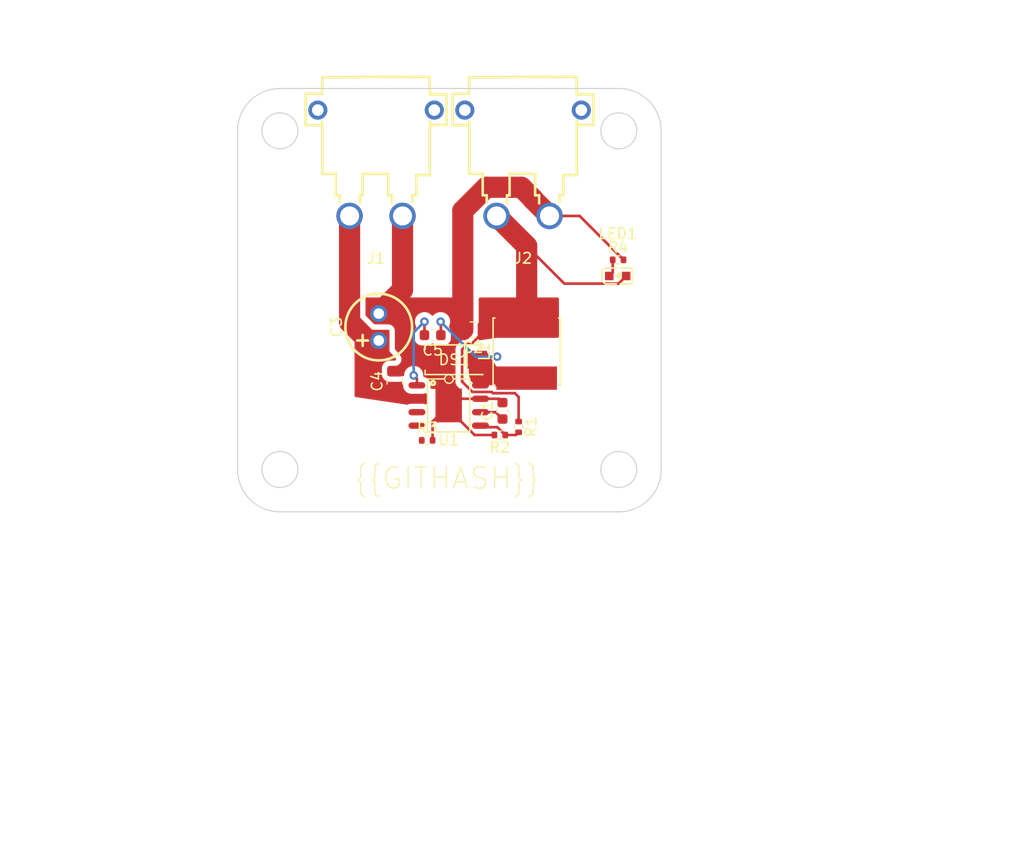
<source format=kicad_pcb>
(kicad_pcb (version 20240108) (generator "pcbnew") (generator_version "8.0")
  (layers (0 "F.Cu" signal) (31 "B.Cu" signal) (34 "B.Paste" user) (35 "F.Paste" user) (36 "B.SilkS" user "B.Silkscreen") (37 "F.SilkS" user "F.Silkscreen") (38 "B.Mask" user) (39 "F.Mask" user) (44 "Edge.Cuts" user))
  (net 0 "")
  (net 1 "boot")
  (net 2 "out")
  (net 3 "buck-vcc")
  (net 4 "rt_slash_sync")
  (net 5 "en")
  (net 6 "gnd")
  (net 7 "sw")
  (net 8 "ss")
  (net 9 "buck-vcc-1")
  (net 10 "cathode")
  (footprint "lib:R0402" (layer "F.Cu") (at 153.162 113.578 180)
    (property "Reference" "R2" (at 0 -1.17 180) (layer "F.SilkS"))
    (property "Value" "62.5mW Thick Film Resistors 50V ±100ppm/℃ ±1% 3.9kΩ 0402  Chip Resistor - Surface Mount ROHS")
    (fp_line (start -0.153641 0.38) (end 0.153641 0.38) (stroke (width 0.12)) (layer "F.SilkS"))
    (fp_line (start -0.153641 -0.38) (end 0.153641 -0.38) (stroke (width 0.12)) (layer "F.SilkS"))
    (pad "1" smd roundrect (at -0.51 0 180) (size 0.54 0.64) (layers "F.Cu" "F.Paste" "F.Mask") (net 2 "out"))
    (pad "2" smd roundrect (at 0.51 0 180) (size 0.54 0.64) (layers "F.Cu" "F.Paste" "F.Mask") (net 6 "gnd"))
  )
  (footprint "lib:R0402" (layer "F.Cu") (at 154.94 112.816 -90)
    (property "Reference" "R1" (at 0 -1.17 90) (layer "F.SilkS"))
    (property "Value" "62.5mW Thick Film Resistors 50V ±100ppm/℃ ±1% 13.3kΩ 0402  Chip Resistor - Surface Mount ROHS")
    (fp_line (start -0.153641 0.38) (end 0.153641 0.38) (stroke (width 0.12)) (layer "F.SilkS"))
    (fp_line (start -0.153641 -0.38) (end 0.153641 -0.38) (stroke (width 0.12)) (layer "F.SilkS"))
    (pad "1" smd roundrect (at -0.51 0 270) (size 0.54 0.64) (layers "F.Cu" "F.Paste" "F.Mask") (net 9 "buck-vcc-1"))
    (pad "2" smd roundrect (at 0.51 0 270) (size 0.54 0.64) (layers "F.Cu" "F.Paste" "F.Mask") (net 2 "out"))
  )
  (footprint "lib:LED0603-RD" (layer "F.Cu") (at 164.3 98.552)
    (property "Reference" "LED1" (at 0 -4 0) (layer "F.SilkS"))
    (property "Value" "")
    (fp_line (start -1.49 -0.45) (end -1.19 -0.75) (stroke (width 0.15)) (layer "F.SilkS"))
    (fp_line (start -1.49 -0.35) (end -1.49 -0.45) (stroke (width 0.15)) (layer "F.SilkS"))
    (fp_line (start -1.49 -0.35) (end -1.49 0.35) (stroke (width 0.15)) (layer "F.SilkS"))
    (fp_line (start -1.49 0.35) (end -1.49 0.45) (stroke (width 0.15)) (layer "F.SilkS"))
    (fp_line (start -1.49 0.45) (end -1.19 0.75) (stroke (width 0.15)) (layer "F.SilkS"))
    (fp_line (start -0.14 -0.75) (end -1.19 -0.75) (stroke (width 0.15)) (layer "F.SilkS"))
    (fp_line (start -0.14 0.75) (end -1.19 0.75) (stroke (width 0.15)) (layer "F.SilkS"))
    (fp_line (start 0.21 0.33) (end -0.12 0) (stroke (width 0.15)) (layer "F.SilkS"))
    (fp_line (start 0.22 -0.35) (end 0.22 -0.34) (stroke (width 0.15)) (layer "F.SilkS"))
    (fp_line (start 0.22 -0.35) (end 0.22 0.33) (stroke (width 0.15)) (layer "F.SilkS"))
    (fp_line (start 0.22 -0.34) (end -0.12 0) (stroke (width 0.15)) (layer "F.SilkS"))
    (fp_line (start 0.22 0) (end -0.12 0) (stroke (width 0.15)) (layer "F.SilkS"))
    (fp_line (start 0.22 0.33) (end 0.21 0.33) (stroke (width 0.15)) (layer "F.SilkS"))
    (fp_line (start 0.24 -0.75) (end 1.39 -0.75) (stroke (width 0.15)) (layer "F.SilkS"))
    (fp_line (start 0.24 0.75) (end 1.39 0.75) (stroke (width 0.15)) (layer "F.SilkS"))
    (fp_line (start 1.39 -0.75) (end 1.39 0.73) (stroke (width 0.15)) (layer "F.SilkS"))
    (pad "1" smd rect (at -0.8 0 90) (size 0.8 0.8) (layers "F.Cu" "F.Paste" "F.Mask") (net 10 "cathode"))
    (pad "2" smd rect (at 0.8 0 90) (size 0.8 0.8) (layers "F.Cu" "F.Paste" "F.Mask") (net 9 "buck-vcc-1"))
  )
  (footprint "lib:C0805" (layer "F.Cu") (at 150.622 103.632 180)
    (property "Reference" "C2" (at 0 -1.68 180) (layer "F.SilkS"))
    (property "Value" "22uF +/- 20%")
    (fp_line (start -0.261252 0.735) (end 0.261252 0.735) (stroke (width 0.12)) (layer "F.SilkS"))
    (fp_line (start -0.261252 -0.735) (end 0.261252 -0.735) (stroke (width 0.12)) (layer "F.SilkS"))
    (pad "1" smd roundrect (at -0.95 0 180) (size 1 1.45) (layers "F.Cu" "F.Paste" "F.Mask") (net 9 "buck-vcc-1"))
    (pad "2" smd roundrect (at 0.95 0 180) (size 1 1.45) (layers "F.Cu" "F.Paste" "F.Mask") (net 6 "gnd"))
  )
  (footprint "lib:CAP-TH_BD6.3-P2.50-D1.0-FD" (layer "F.Cu") (at 141.732 103.378 90)
    (property "Reference" "C3" (at 0 -4 -90) (layer "F.SilkS"))
    (property "Value" "4.7uF to 10uF")
    (fp_line (start -1.27 -2.03) (end -1.27 -1.02) (stroke (width 0.25)) (layer "F.SilkS"))
    (fp_line (start -1.78 -1.52) (end -0.76 -1.52) (stroke (width 0.25)) (layer "F.SilkS"))
    (fp_circle (center 0 0) (end 3.15 0) (stroke (width 0.25)) (fill none) (layer "F.SilkS"))
    (pad "1" thru_hole circle (at -1.27 0 90) (size 1.6 1.6) (drill 0.999998) (layers "*.Cu" "*.Mask") (net 3 "buck-vcc"))
    (pad "2" thru_hole circle (at 1.27 0 90) (size 1.6 1.6) (drill 0.999998) (layers "*.Cu" "*.Mask") (net 6 "gnd"))
  )
  (footprint "lib:CONN-TH_XT30PW-M" (layer "F.Cu") (at 141.478 87.8805 180)
    (property "Reference" "J1" (at 0 -9 180) (layer "F.SilkS"))
    (property "Value" "")
    (fp_line (start 6.65 3.56) (end 6.65 6.55) (stroke (width 0.25)) (layer "F.SilkS"))
    (fp_line (start 5.08 8.09) (end 5.08 6.55) (stroke (width 0.25)) (layer "F.SilkS"))
    (fp_line (start 5.08 6.55) (end 6.65 6.55) (stroke (width 0.25)) (layer "F.SilkS"))
    (fp_line (start 5.08 3.95) (end 5.08 -0.05) (stroke (width 0.25)) (layer "F.SilkS"))
    (fp_line (start 5.08 3.56) (end 6.65 3.56) (stroke (width 0.25)) (layer "F.SilkS"))
    (fp_line (start 5.08 -1.02) (end 5.08 -0.05) (stroke (width 0.25)) (layer "F.SilkS"))
    (fp_line (start 3.81 -1.02) (end 5.08 -1.02) (stroke (width 0.25)) (layer "F.SilkS"))
    (fp_line (start 3.81 -3.05) (end 3.81 -1.02) (stroke (width 0.25)) (layer "F.SilkS"))
    (fp_line (start 3.43 -3.05) (end 3.81 -3.05) (stroke (width 0.25)) (layer "F.SilkS"))
    (fp_line (start 3.43 -3.68) (end 3.43 -3.05) (stroke (width 0.25)) (layer "F.SilkS"))
    (fp_line (start 1.52 -3.05) (end 1.52 -3.81) (stroke (width 0.25)) (layer "F.SilkS"))
    (fp_line (start 1.27 -1.02) (end 1.27 -3.05) (stroke (width 0.25)) (layer "F.SilkS"))
    (fp_line (start 1.27 -3.05) (end 1.52 -3.05) (stroke (width 0.25)) (layer "F.SilkS"))
    (fp_line (start -1.14 -1.02) (end 1.27 -1.02) (stroke (width 0.25)) (layer "F.SilkS"))
    (fp_line (start -1.14 -3.05) (end -1.14 -1.02) (stroke (width 0.25)) (layer "F.SilkS"))
    (fp_line (start -1.52 -3.05) (end -1.14 -3.05) (stroke (width 0.25)) (layer "F.SilkS"))
    (fp_line (start -1.52 -3.81) (end -1.52 -3.05) (stroke (width 0.25)) (layer "F.SilkS"))
    (fp_line (start -3.43 -3.05) (end -3.81 -3.05) (stroke (width 0.25)) (layer "F.SilkS"))
    (fp_line (start -3.43 -3.68) (end -3.43 -3.05) (stroke (width 0.25)) (layer "F.SilkS"))
    (fp_line (start -3.81 -1.14) (end -5.08 -1.14) (stroke (width 0.25)) (layer "F.SilkS"))
    (fp_line (start -3.81 -3.05) (end -3.81 -1.14) (stroke (width 0.25)) (layer "F.SilkS"))
    (fp_line (start -5.05 8.15) (end 5.08 8.09) (stroke (width 0.25)) (layer "F.SilkS"))
    (fp_line (start -5.08 6.48) (end -5.05 8.15) (stroke (width 0.25)) (layer "F.SilkS"))
    (fp_line (start -5.08 3.95) (end -5.08 -0.05) (stroke (width 0.25)) (layer "F.SilkS"))
    (fp_line (start -5.08 -1.14) (end -5.08 -0.05) (stroke (width 0.25)) (layer "F.SilkS"))
    (fp_line (start -6.65 6.48) (end -5.08 6.48) (stroke (width 0.25)) (layer "F.SilkS"))
    (fp_line (start -6.65 3.58) (end -5.08 3.58) (stroke (width 0.25)) (layer "F.SilkS"))
    (fp_line (start -6.65 3.58) (end -6.65 6.48) (stroke (width 0.25)) (layer "F.SilkS"))
    (pad "1" thru_hole circle (at -2.5 -5 180) (size 2.5 2.5) (drill 1.799996) (layers "*.Cu" "*.Mask") (net 6 "gnd"))
    (pad "2" thru_hole circle (at 2.5 -5 180) (size 2.5 2.5) (drill 1.799996) (layers "*.Cu" "*.Mask") (net 3 "buck-vcc"))
    (pad "3" thru_hole circle (at 5.5 5 180) (size 1.8 1.8) (drill 1.100023) (layers "*.Cu" "*.Mask"))
    (pad "4" thru_hole circle (at -5.5 5 180) (size 1.8 1.8) (drill 1.100023) (layers "*.Cu" "*.Mask"))
  )
  (footprint "lib:IND-SMD_L6.2-W6.2" (layer "F.Cu") (at 155.702 105.704 90)
    (property "Reference" "L1" (at 0 -4 -90) (layer "F.SilkS"))
    (property "Value" "8.2uH +/- 20%")
    (fp_line (start 3.18 -3.17) (end 3.18 -3.01) (stroke (width 0.15)) (layer "F.SilkS"))
    (fp_line (start -3.17 -3.17) (end 3.18 -3.17) (stroke (width 0.15)) (layer "F.SilkS"))
    (fp_line (start -3.17 -3.01) (end -3.17 -3.17) (stroke (width 0.15)) (layer "F.SilkS"))
    (fp_line (start -3.17 3.02) (end -3.17 3.18) (stroke (width 0.15)) (layer "F.SilkS"))
    (fp_line (start 3.18 3.18) (end 3.18 3.02) (stroke (width 0.15)) (layer "F.SilkS"))
    (fp_line (start -3.17 3.18) (end 3.18 3.18) (stroke (width 0.15)) (layer "F.SilkS"))
    (pad "1" smd rect (at -2.5 0 90) (size 2.2 5.72) (layers "F.Cu" "F.Paste" "F.Mask") (net 7 "sw"))
    (pad "2" smd rect (at 2.5 0 90) (size 2.2 5.72) (layers "F.Cu" "F.Paste" "F.Mask") (net 9 "buck-vcc-1"))
  )
  (footprint "lib:CONN-TH_XT30PW-M" (layer "F.Cu") (at 155.36 87.8805 180)
    (property "Reference" "J2" (at 0 -9 180) (layer "F.SilkS"))
    (property "Value" "")
    (fp_line (start 6.65 3.56) (end 6.65 6.55) (stroke (width 0.25)) (layer "F.SilkS"))
    (fp_line (start 5.08 8.09) (end 5.08 6.55) (stroke (width 0.25)) (layer "F.SilkS"))
    (fp_line (start 5.08 6.55) (end 6.65 6.55) (stroke (width 0.25)) (layer "F.SilkS"))
    (fp_line (start 5.08 3.95) (end 5.08 -0.05) (stroke (width 0.25)) (layer "F.SilkS"))
    (fp_line (start 5.08 3.56) (end 6.65 3.56) (stroke (width 0.25)) (layer "F.SilkS"))
    (fp_line (start 5.08 -1.02) (end 5.08 -0.05) (stroke (width 0.25)) (layer "F.SilkS"))
    (fp_line (start 3.81 -1.02) (end 5.08 -1.02) (stroke (width 0.25)) (layer "F.SilkS"))
    (fp_line (start 3.81 -3.05) (end 3.81 -1.02) (stroke (width 0.25)) (layer "F.SilkS"))
    (fp_line (start 3.43 -3.05) (end 3.81 -3.05) (stroke (width 0.25)) (layer "F.SilkS"))
    (fp_line (start 3.43 -3.68) (end 3.43 -3.05) (stroke (width 0.25)) (layer "F.SilkS"))
    (fp_line (start 1.52 -3.05) (end 1.52 -3.81) (stroke (width 0.25)) (layer "F.SilkS"))
    (fp_line (start 1.27 -1.02) (end 1.27 -3.05) (stroke (width 0.25)) (layer "F.SilkS"))
    (fp_line (start 1.27 -3.05) (end 1.52 -3.05) (stroke (width 0.25)) (layer "F.SilkS"))
    (fp_line (start -1.14 -1.02) (end 1.27 -1.02) (stroke (width 0.25)) (layer "F.SilkS"))
    (fp_line (start -1.14 -3.05) (end -1.14 -1.02) (stroke (width 0.25)) (layer "F.SilkS"))
    (fp_line (start -1.52 -3.05) (end -1.14 -3.05) (stroke (width 0.25)) (layer "F.SilkS"))
    (fp_line (start -1.52 -3.81) (end -1.52 -3.05) (stroke (width 0.25)) (layer "F.SilkS"))
    (fp_line (start -3.43 -3.05) (end -3.81 -3.05) (stroke (width 0.25)) (layer "F.SilkS"))
    (fp_line (start -3.43 -3.68) (end -3.43 -3.05) (stroke (width 0.25)) (layer "F.SilkS"))
    (fp_line (start -3.81 -1.14) (end -5.08 -1.14) (stroke (width 0.25)) (layer "F.SilkS"))
    (fp_line (start -3.81 -3.05) (end -3.81 -1.14) (stroke (width 0.25)) (layer "F.SilkS"))
    (fp_line (start -5.05 8.15) (end 5.08 8.09) (stroke (width 0.25)) (layer "F.SilkS"))
    (fp_line (start -5.08 6.48) (end -5.05 8.15) (stroke (width 0.25)) (layer "F.SilkS"))
    (fp_line (start -5.08 3.95) (end -5.08 -0.05) (stroke (width 0.25)) (layer "F.SilkS"))
    (fp_line (start -5.08 -1.14) (end -5.08 -0.05) (stroke (width 0.25)) (layer "F.SilkS"))
    (fp_line (start -6.65 6.48) (end -5.08 6.48) (stroke (width 0.25)) (layer "F.SilkS"))
    (fp_line (start -6.65 3.58) (end -5.08 3.58) (stroke (width 0.25)) (layer "F.SilkS"))
    (fp_line (start -6.65 3.58) (end -6.65 6.48) (stroke (width 0.25)) (layer "F.SilkS"))
    (pad "1" thru_hole circle (at -2.5 -5 180) (size 2.5 2.5) (drill 1.799996) (layers "*.Cu" "*.Mask") (net 6 "gnd"))
    (pad "2" thru_hole circle (at 2.5 -5 180) (size 2.5 2.5) (drill 1.799996) (layers "*.Cu" "*.Mask") (net 9 "buck-vcc-1"))
    (pad "3" thru_hole circle (at 5.5 5 180) (size 1.8 1.8) (drill 1.100023) (layers "*.Cu" "*.Mask"))
    (pad "4" thru_hole circle (at -5.5 5 180) (size 1.8 1.8) (drill 1.100023) (layers "*.Cu" "*.Mask"))
  )
  (footprint "lib:C0603" (layer "F.Cu") (at 146.825 104.14 180)
    (property "Reference" "C5" (at 0 -1.43 180) (layer "F.SilkS"))
    (property "Value" "50V 100nF X7R ±10% 0603  Multilayer Ceramic Capacitors MLCC - SMD/SMT ROHS")
    (fp_line (start -0.14058 0.51) (end 0.14058 0.51) (stroke (width 0.12)) (layer "F.SilkS"))
    (fp_line (start -0.14058 -0.51) (end 0.14058 -0.51) (stroke (width 0.12)) (layer "F.SilkS"))
    (pad "1" smd roundrect (at -0.775 0 180) (size 0.9 0.95) (layers "F.Cu" "F.Paste" "F.Mask") (net 7 "sw"))
    (pad "2" smd roundrect (at 0.775 0 180) (size 0.9 0.95) (layers "F.Cu" "F.Paste" "F.Mask") (net 1 "boot"))
  )
  (footprint "lib:SO-8_L4.9-W3.9-P1.27-LS6.0-BL-EP" (layer "F.Cu") (at 148.336 110.784 -90)
    (property "Reference" "U1" (at 3.262 0 0) (layer "F.SilkS"))
    (property "Value" "")
    (fp_line (start -2.5 2) (end 2.5 2) (stroke (width 0.13)) (layer "F.SilkS"))
    (fp_line (start -2.5 2) (end -2.5 0.37) (stroke (width 0.13)) (layer "F.SilkS"))
    (fp_line (start -2.5 -2) (end -2.5 -0.45) (stroke (width 0.13)) (layer "F.SilkS"))
    (fp_line (start -2.5 -2) (end 2.5 -2) (stroke (width 0.13)) (layer "F.SilkS"))
    (fp_line (start 2.5 -2) (end 2.5 2) (stroke (width 0.13)) (layer "F.SilkS"))
    (fp_arc (start -2.507155 0.379938) (mid -2.496472 -0.439985) (end -2.5 0.38) (stroke (width 0.13)) (layer "F.SilkS"))
    (fp_circle (center -2.12 1.48) (end -1.94 1.48) (stroke (width 0.25)) (fill none) (layer "F.SilkS"))
    (pad "1" smd oval (at -1.9 3 270) (size 0.6 1.6) (layers "F.Cu" "F.Paste" "F.Mask") (net 1 "boot"))
    (pad "2" smd oval (at -0.63 3 270) (size 0.6 1.6) (layers "F.Cu" "F.Paste" "F.Mask") (net 3 "buck-vcc"))
    (pad "3" smd oval (at 0.64 3 270) (size 0.6 1.6) (layers "F.Cu" "F.Paste" "F.Mask") (net 5 "en"))
    (pad "4" smd oval (at 1.91 3 270) (size 0.6 1.6) (layers "F.Cu" "F.Paste" "F.Mask") (net 4 "rt_slash_sync"))
    (pad "5" smd oval (at 1.91 -3 270) (size 0.6 1.6) (layers "F.Cu" "F.Paste" "F.Mask") (net 2 "out"))
    (pad "6" smd oval (at 0.64 -3 270) (size 0.6 1.6) (layers "F.Cu" "F.Paste" "F.Mask") (net 8 "ss"))
    (pad "7" smd oval (at -0.63 -3 270) (size 0.6 1.6) (layers "F.Cu" "F.Paste" "F.Mask") (net 6 "gnd"))
    (pad "8" smd oval (at -1.9 -3 270) (size 0.6 1.6) (layers "F.Cu" "F.Paste" "F.Mask") (net 7 "sw"))
    (pad "9" smd rect (at 0 0 270) (size 3.2 2.5) (layers "F.Cu" "F.Paste" "F.Mask") (net 6 "gnd"))
  )
  (footprint "lib:R0402" (layer "F.Cu") (at 164.336 97.028)
    (property "Reference" "R4" (at 0 -1.17 0) (layer "F.SilkS"))
    (property "Value" "100mW Thick Film Resistors ±100ppm/℃ ±1% 1.07kΩ 0402  Chip Resistor - Surface Mount ROHS")
    (fp_line (start -0.153641 -0.38) (end 0.153641 -0.38) (stroke (width 0.12)) (layer "F.SilkS"))
    (fp_line (start -0.153641 0.38) (end 0.153641 0.38) (stroke (width 0.12)) (layer "F.SilkS"))
    (pad "1" smd roundrect (at -0.51 0) (size 0.54 0.64) (layers "F.Cu" "F.Paste" "F.Mask") (net 10 "cathode"))
    (pad "2" smd roundrect (at 0.51 0) (size 0.54 0.64) (layers "F.Cu" "F.Paste" "F.Mask") (net 6 "gnd"))
  )
  (footprint "lib:R0402" (layer "F.Cu") (at 146.306 114.086)
    (property "Reference" "R3" (at 0 -1.17 0) (layer "F.SilkS"))
    (property "Value" "62.5mW Thick Film Resistors 50V ±100ppm/℃ ±1% 36.5kΩ 0402  Chip Resistor - Surface Mount ROHS")
    (fp_line (start -0.153641 -0.38) (end 0.153641 -0.38) (stroke (width 0.12)) (layer "F.SilkS"))
    (fp_line (start -0.153641 0.38) (end 0.153641 0.38) (stroke (width 0.12)) (layer "F.SilkS"))
    (pad "1" smd roundrect (at -0.51 0) (size 0.54 0.64) (layers "F.Cu" "F.Paste" "F.Mask") (net 4 "rt_slash_sync"))
    (pad "2" smd roundrect (at 0.51 0) (size 0.54 0.64) (layers "F.Cu" "F.Paste" "F.Mask") (net 6 "gnd"))
  )
  (footprint "lib:C0805" (layer "F.Cu") (at 143.256 108.498 90)
    (property "Reference" "C4" (at 0 -1.68 -90) (layer "F.SilkS"))
    (property "Value" "100nF +/- 21%")
    (fp_line (start -0.261252 -0.735) (end 0.261252 -0.735) (stroke (width 0.12)) (layer "F.SilkS"))
    (fp_line (start -0.261252 0.735) (end 0.261252 0.735) (stroke (width 0.12)) (layer "F.SilkS"))
    (pad "1" smd roundrect (at -0.95 0 90) (size 1 1.45) (layers "F.Cu" "F.Paste" "F.Mask") (net 3 "buck-vcc"))
    (pad "2" smd roundrect (at 0.95 0 90) (size 1 1.45) (layers "F.Cu" "F.Paste" "F.Mask") (net 6 "gnd"))
  )
  (footprint "lib:SMA_L4.4-W2.6-LS5.0-RD" (layer "F.Cu") (at 148.844 106.466 180)
    (property "Reference" "DS1" (at 0 0 180) (layer "F.SilkS"))
    (property "Value" "")
    (fp_line (start 2.73 1.4) (end 2.73 1) (stroke (width 0.15)) (layer "F.SilkS"))
    (fp_line (start 2.73 -1.4) (end 2.73 -1) (stroke (width 0.15)) (layer "F.SilkS"))
    (fp_line (start -1.2 -1.4) (end -1.2 1.4) (stroke (width 0.15)) (layer "F.SilkS"))
    (fp_line (start -2.73 1.4) (end 2.73 1.4) (stroke (width 0.15)) (layer "F.SilkS"))
    (fp_line (start -2.73 -1.4) (end 2.73 -1.4) (stroke (width 0.15)) (layer "F.SilkS"))
    (pad "1" smd rect (at -2.19 0 180) (size 1.8 1.7) (layers "F.Cu" "F.Paste" "F.Mask") (net 7 "sw"))
    (pad "2" smd rect (at 2.19 0 180) (size 1.8 1.7) (layers "F.Cu" "F.Paste" "F.Mask") (net 6 "gnd"))
  )
  (footprint "lib:C0603" (layer "F.Cu") (at 153.416 111.292 90)
    (property "Reference" "C1" (at 0 -1.43 -90) (layer "F.SilkS"))
    (property "Value" "50V 10nF X7R ±10% 0603  Multilayer Ceramic Capacitors MLCC - SMD/SMT ROHS")
    (fp_line (start -0.14058 -0.51) (end 0.14058 -0.51) (stroke (width 0.12)) (layer "F.SilkS"))
    (fp_line (start -0.14058 0.51) (end 0.14058 0.51) (stroke (width 0.12)) (layer "F.SilkS"))
    (pad "1" smd roundrect (at -0.775 0 90) (size 0.9 0.95) (layers "F.Cu" "F.Paste" "F.Mask") (net 8 "ss"))
    (pad "2" smd roundrect (at 0.775 0 90) (size 0.9 0.95) (layers "F.Cu" "F.Paste" "F.Mask") (net 6 "gnd"))
  )
  (gr_circle (center 132.402 84.838) (end 134.102 84.838) (stroke (width 0.1)) (fill none) (layer "Edge.Cuts"))
  (gr_circle (center 164.402 116.838) (end 166.102 116.838) (stroke (width 0.1)) (fill none) (layer "Edge.Cuts"))
  (gr_circle (center 164.402 84.838) (end 166.102 84.838) (stroke (width 0.1)) (fill none) (layer "Edge.Cuts"))
  (gr_arc (start 168.402 116.838) (mid 167.230427 119.666427) (end 164.402 120.838) (stroke (width 0.1)) (layer "Edge.Cuts"))
  (gr_arc (start 132.402 120.838) (mid 129.573573 119.666427) (end 128.402 116.838) (stroke (width 0.1)) (layer "Edge.Cuts"))
  (gr_line (start 168.402 116.838) (end 168.402 84.838) (stroke (width 0.1)) (layer "Edge.Cuts"))
  (gr_line (start 128.402 84.838) (end 128.402 116.838) (stroke (width 0.1)) (layer "Edge.Cuts"))
  (gr_arc (start 164.402 80.838) (mid 167.230427 82.009573) (end 168.402 84.838) (stroke (width 0.1)) (layer "Edge.Cuts"))
  (gr_line (start 164.402 80.838) (end 132.402 80.838) (stroke (width 0.1)) (layer "Edge.Cuts"))
  (gr_arc (start 128.402 84.838) (mid 129.573573 82.009573) (end 132.402 80.838) (stroke (width 0.1)) (layer "Edge.Cuts"))
  (gr_circle (center 132.402 116.838) (end 134.102 116.838) (stroke (width 0.1)) (fill none) (layer "Edge.Cuts"))
  (gr_line (start 132.402 120.838) (end 164.402 120.838) (stroke (width 0.1)) (layer "Edge.Cuts"))
  (gr_text "{{GITHASH}}" (at 139.290427 118.839573 0) (layer "F.SilkS") (effects (font (size 2 2) (thickness 0.1)) (justify left bottom)))
  (segment (start 145.336 108.884) (end 145.336 108.252) (width 0.25) (layer "F.Cu") (net 1))
  (segment (start 145.336 108.252) (end 145.034 107.95) (width 0.25) (layer "F.Cu") (net 1))
  (segment (start 146.05 104.14) (end 146.05 102.87) (width 0.25) (layer "F.Cu") (net 1))
  (via (at 146.05 102.87) (size 0.8) (drill 0.4) (layers "F.Cu" "B.Cu") (net 1))
  (via (at 145.034 107.95) (size 0.8) (drill 0.4) (layers "F.Cu" "B.Cu") (net 1))
  (segment (start 145.034 107.95) (end 145.034 103.886) (width 0.25) (layer "B.Cu") (net 1))
  (segment (start 145.034 103.886) (end 146.05 102.87) (width 0.25) (layer "B.Cu") (net 1))
  (segment (start 154.688 113.578) (end 154.94 113.326) (width 0.25) (layer "F.Cu") (net 2))
  (segment (start 153.672 113.578) (end 154.688 113.578) (width 0.25) (layer "F.Cu") (net 2))
  (segment (start 151.484 112.842) (end 152.936 112.842) (width 0.25) (layer "F.Cu") (net 2))
  (segment (start 152.936 112.842) (end 153.672 113.578) (width 0.25) (layer "F.Cu") (net 2))
  (segment (start 151.336 112.694) (end 151.484 112.842) (width 0.25) (layer "F.Cu") (net 2))
  (segment (start 141.732 104.648) (end 140.716 104.648) (width 2) (layer "F.Cu") (net 3))
  (segment (start 140.716 104.648) (end 138.978 102.91) (width 2) (layer "F.Cu") (net 3))
  (segment (start 138.978 102.91) (end 138.978 92.8805) (width 2) (layer "F.Cu") (net 3))
  (segment (start 146.816 112.304) (end 148.336 110.784) (width 0.25) (layer "F.Cu") (net 6))
  (segment (start 143.978 99.862) (end 141.732 102.108) (width 2) (layer "F.Cu") (net 6))
  (segment (start 157.86 92.8805) (end 156.285 91.3055) (width 2) (layer "F.Cu") (net 6))
  (segment (start 149.672 92.39) (end 149.672 103.632) (width 2) (layer "F.Cu") (net 6))
  (segment (start 151.336 110.154) (end 148.966 110.154) (width 0.25) (layer "F.Cu") (net 6))
  (segment (start 148.966 110.154) (end 148.336 110.784) (width 0.25) (layer "F.Cu") (net 6))
  (segment (start 143.978 92.8805) (end 143.978 99.862) (width 2) (layer "F.Cu") (net 6))
  (segment (start 164.846 97.028) (end 160.6985 92.8805) (width 0.25) (layer "F.Cu") (net 6))
  (segment (start 150.78 113.578) (end 148.336 111.134) (width 0.25) (layer "F.Cu") (net 6))
  (segment (start 156.285 91.3055) (end 156.285 91.261) (width 2) (layer "F.Cu") (net 6))
  (segment (start 155.194 90.17) (end 151.892 90.17) (width 2) (layer "F.Cu") (net 6))
  (segment (start 146.816 114.086) (end 146.816 112.304) (width 0.25) (layer "F.Cu") (net 6))
  (segment (start 160.6985 92.8805) (end 157.86 92.8805) (width 0.25) (layer "F.Cu") (net 6))
  (segment (start 156.285 91.261) (end 155.194 90.17) (width 2) (layer "F.Cu") (net 6))
  (segment (start 148.336 111.134) (end 148.336 110.784) (width 0.25) (layer "F.Cu") (net 6))
  (segment (start 151.892 90.17) (end 149.672 92.39) (width 2) (layer "F.Cu") (net 6))
  (segment (start 153.053 110.154) (end 153.416 110.517) (width 0.25) (layer "F.Cu") (net 6))
  (segment (start 151.336 110.154) (end 153.053 110.154) (width 0.25) (layer "F.Cu") (net 6))
  (segment (start 152.652 113.578) (end 150.78 113.578) (width 0.25) (layer "F.Cu") (net 6))
  (segment (start 147.6 104.14) (end 147.6 102.896) (width 0.25) (layer "F.Cu") (net 7))
  (segment (start 152.908 106.172) (end 151.328 106.172) (width 0.25) (layer "F.Cu") (net 7))
  (segment (start 151.328 106.172) (end 151.034 106.466) (width 0.25) (layer "F.Cu") (net 7))
  (segment (start 147.6 102.896) (end 147.574 102.87) (width 0.25) (layer "F.Cu") (net 7))
  (via (at 147.574 102.87) (size 0.8) (drill 0.4) (layers "F.Cu" "B.Cu") (net 7))
  (via (at 152.908 106.172) (size 0.8) (drill 0.4) (layers "F.Cu" "B.Cu") (net 7))
  (segment (start 152.908 106.172) (end 150.876 106.172) (width 0.25) (layer "B.Cu") (net 7))
  (segment (start 150.876 106.172) (end 147.574 102.87) (width 0.25) (layer "B.Cu") (net 7))
  (segment (start 152.773 111.424) (end 153.416 112.067) (width 0.25) (layer "F.Cu") (net 8))
  (segment (start 151.336 111.424) (end 152.773 111.424) (width 0.25) (layer "F.Cu") (net 8))
  (segment (start 154.94 112.306) (end 154.94 109.982) (width 0.25) (layer "F.Cu") (net 9))
  (segment (start 150.556 104.902) (end 151.572 103.886) (width 0.25) (layer "F.Cu") (net 9))
  (segment (start 154.587 109.629) (end 152.517 109.629) (width 0.25) (layer "F.Cu") (net 9))
  (segment (start 165.1 98.552) (end 164.375 99.277) (width 0.25) (layer "F.Cu") (net 9))
  (segment (start 159.2565 99.277) (end 155.702 95.7225) (width 0.25) (layer "F.Cu") (net 9))
  (segment (start 152.397 109.509) (end 150.577117 109.509) (width 0.25) (layer "F.Cu") (net 9))
  (segment (start 149.606 108.537883) (end 149.606 105.494) (width 0.25) (layer "F.Cu") (net 9))
  (segment (start 164.375 99.277) (end 159.2565 99.277) (width 0.25) (layer "F.Cu") (net 9))
  (segment (start 150.198 104.902) (end 150.556 104.902) (width 0.25) (layer "F.Cu") (net 9))
  (segment (start 154.94 109.982) (end 154.587 109.629) (width 0.25) (layer "F.Cu") (net 9))
  (segment (start 149.606 105.494) (end 150.198 104.902) (width 0.25) (layer "F.Cu") (net 9))
  (segment (start 155.702 95.7225) (end 155.702 103.204) (width 2) (layer "F.Cu") (net 9))
  (segment (start 152.86 92.8805) (end 155.702 95.7225) (width 2) (layer "F.Cu") (net 9))
  (segment (start 152.517 109.629) (end 152.397 109.509) (width 0.25) (layer "F.Cu") (net 9))
  (segment (start 150.577117 109.509) (end 149.606 108.537883) (width 0.25) (layer "F.Cu") (net 9))
  (segment (start 163.826 98.226) (end 163.5 98.552) (width 0.25) (layer "F.Cu") (net 10))
  (segment (start 163.826 97.028) (end 163.826 98.226) (width 0.25) (layer "F.Cu") (net 10))
  (zone (net 9) (net_name "buck-vcc-1") (layer "F.Cu") (connect_pads yes (clearance 0.5)) (min_thickness 0.25) (fill yes (thermal_gap 0.5) (thermal_bridge_width 1))
    (polygon (pts (xy 151.13 100.584) (xy 151.13 104.648) (xy 152.908 104.394) (xy 158.75 104.394) (xy 158.75 100.584)))
  )
  (zone (net 3) (net_name "buck-vcc") (layer "F.Cu") (priority 4) (connect_pads yes (clearance 0.5)) (min_thickness 0.25) (fill yes (thermal_gap 0.5) (thermal_bridge_width 1))
    (polygon (pts (xy 146.304 109.728) (xy 146.304 110.998) (xy 139.446 109.982) (xy 139.446 103.632) (xy 142.748 103.632) (xy 142.748 105.664)))
  )
  (zone (net 6) (net_name "gnd") (layer "F.Cu") (priority 3) (connect_pads yes (clearance 0.5)) (min_thickness 0.25) (fill yes (thermal_gap 0.5) (thermal_bridge_width 0.5))
    (polygon (pts (xy 147.32 108.204) (xy 147.32 112.268) (xy 149.352 112.268) (xy 149.352 108.204)))
  )
  (zone (net 7) (net_name "sw") (layer "F.Cu") (priority 2) (connect_pads yes (clearance 0.5)) (min_thickness 0.25) (fill yes (thermal_gap 0.5) (thermal_bridge_width 0.5))
    (polygon (pts (xy 150.622 109.22) (xy 158.496 109.22) (xy 158.496 107.188) (xy 152.908 107.188) (xy 151.892 105.664) (xy 150.114 105.664) (xy 150.114 107.442)))
  )
  (zone (net 6) (net_name "gnd") (layer "F.Cu") (priority 1) (connect_pads yes (clearance 0.5)) (min_thickness 0.25) (fill yes (thermal_gap 0.5) (thermal_bridge_width 1))
    (polygon (pts (xy 140.462 100.584) (xy 150.622 100.584) (xy 150.622 109.22) (xy 142.24 109.22) (xy 140.462 105.41)))
  )
)
</source>
